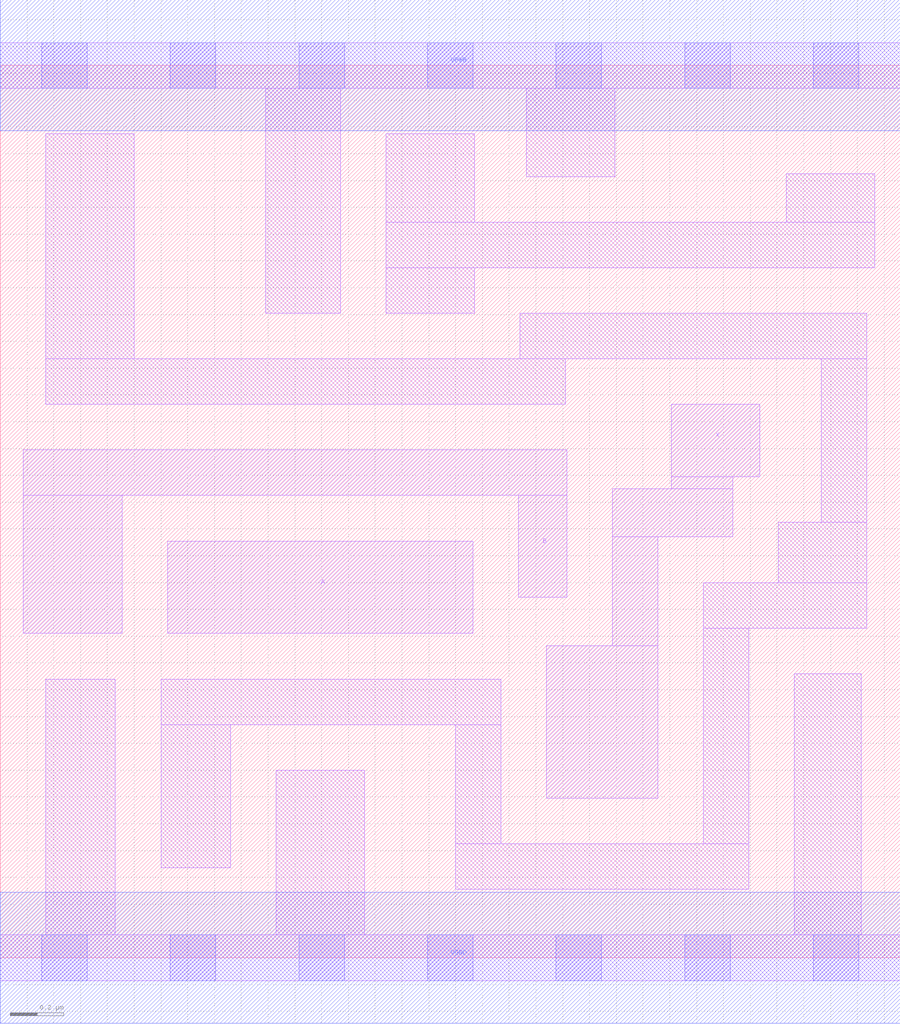
<source format=lef>
# Copyright 2020 The SkyWater PDK Authors
#
# Licensed under the Apache License, Version 2.0 (the "License");
# you may not use this file except in compliance with the License.
# You may obtain a copy of the License at
#
#     https://www.apache.org/licenses/LICENSE-2.0
#
# Unless required by applicable law or agreed to in writing, software
# distributed under the License is distributed on an "AS IS" BASIS,
# WITHOUT WARRANTIES OR CONDITIONS OF ANY KIND, either express or implied.
# See the License for the specific language governing permissions and
# limitations under the License.
#
# SPDX-License-Identifier: Apache-2.0

VERSION 5.7 ;
  NOWIREEXTENSIONATPIN ON ;
  DIVIDERCHAR "/" ;
  BUSBITCHARS "[]" ;
UNITS
  DATABASE MICRONS 200 ;
END UNITS
MACRO sky130_fd_sc_lp__xor2_1
  CLASS CORE ;
  FOREIGN sky130_fd_sc_lp__xor2_1 ;
  ORIGIN  0.000000  0.000000 ;
  SIZE  3.360000 BY  3.330000 ;
  SYMMETRY X Y R90 ;
  SITE unit ;
  PIN A
    ANTENNAGATEAREA  0.630000 ;
    DIRECTION INPUT ;
    USE SIGNAL ;
    PORT
      LAYER li1 ;
        RECT 0.625000 1.210000 1.765000 1.555000 ;
    END
  END A
  PIN B
    ANTENNAGATEAREA  0.630000 ;
    DIRECTION INPUT ;
    USE SIGNAL ;
    PORT
      LAYER li1 ;
        RECT 0.085000 1.210000 0.455000 1.725000 ;
        RECT 0.085000 1.725000 2.115000 1.895000 ;
        RECT 1.935000 1.345000 2.115000 1.725000 ;
    END
  END B
  PIN X
    ANTENNADIFFAREA  0.846300 ;
    DIRECTION OUTPUT ;
    USE SIGNAL ;
    PORT
      LAYER li1 ;
        RECT 2.040000 0.595000 2.455000 1.165000 ;
        RECT 2.285000 1.165000 2.455000 1.570000 ;
        RECT 2.285000 1.570000 2.735000 1.750000 ;
        RECT 2.505000 1.750000 2.735000 1.795000 ;
        RECT 2.505000 1.795000 2.835000 2.065000 ;
    END
  END X
  PIN VGND
    DIRECTION INOUT ;
    USE GROUND ;
    PORT
      LAYER met1 ;
        RECT 0.000000 -0.245000 3.360000 0.245000 ;
    END
  END VGND
  PIN VPWR
    DIRECTION INOUT ;
    USE POWER ;
    PORT
      LAYER met1 ;
        RECT 0.000000 3.085000 3.360000 3.575000 ;
    END
  END VPWR
  OBS
    LAYER li1 ;
      RECT 0.000000 -0.085000 3.360000 0.085000 ;
      RECT 0.000000  3.245000 3.360000 3.415000 ;
      RECT 0.170000  0.085000 0.430000 1.040000 ;
      RECT 0.170000  2.065000 2.110000 2.235000 ;
      RECT 0.170000  2.235000 0.500000 3.075000 ;
      RECT 0.600000  0.335000 0.860000 0.870000 ;
      RECT 0.600000  0.870000 1.870000 1.040000 ;
      RECT 0.990000  2.405000 1.270000 3.245000 ;
      RECT 1.030000  0.085000 1.360000 0.700000 ;
      RECT 1.440000  2.405000 1.770000 2.575000 ;
      RECT 1.440000  2.575000 3.265000 2.745000 ;
      RECT 1.440000  2.745000 1.770000 3.075000 ;
      RECT 1.700000  0.255000 2.795000 0.425000 ;
      RECT 1.700000  0.425000 1.870000 0.870000 ;
      RECT 1.940000  2.235000 3.235000 2.405000 ;
      RECT 1.965000  2.915000 2.295000 3.245000 ;
      RECT 2.625000  0.425000 2.795000 1.230000 ;
      RECT 2.625000  1.230000 3.235000 1.400000 ;
      RECT 2.905000  1.400000 3.235000 1.625000 ;
      RECT 2.935000  2.745000 3.265000 2.925000 ;
      RECT 2.965000  0.085000 3.215000 1.060000 ;
      RECT 3.065000  1.625000 3.235000 2.235000 ;
    LAYER mcon ;
      RECT 0.155000 -0.085000 0.325000 0.085000 ;
      RECT 0.155000  3.245000 0.325000 3.415000 ;
      RECT 0.635000 -0.085000 0.805000 0.085000 ;
      RECT 0.635000  3.245000 0.805000 3.415000 ;
      RECT 1.115000 -0.085000 1.285000 0.085000 ;
      RECT 1.115000  3.245000 1.285000 3.415000 ;
      RECT 1.595000 -0.085000 1.765000 0.085000 ;
      RECT 1.595000  3.245000 1.765000 3.415000 ;
      RECT 2.075000 -0.085000 2.245000 0.085000 ;
      RECT 2.075000  3.245000 2.245000 3.415000 ;
      RECT 2.555000 -0.085000 2.725000 0.085000 ;
      RECT 2.555000  3.245000 2.725000 3.415000 ;
      RECT 3.035000 -0.085000 3.205000 0.085000 ;
      RECT 3.035000  3.245000 3.205000 3.415000 ;
  END
END sky130_fd_sc_lp__xor2_1
END LIBRARY

</source>
